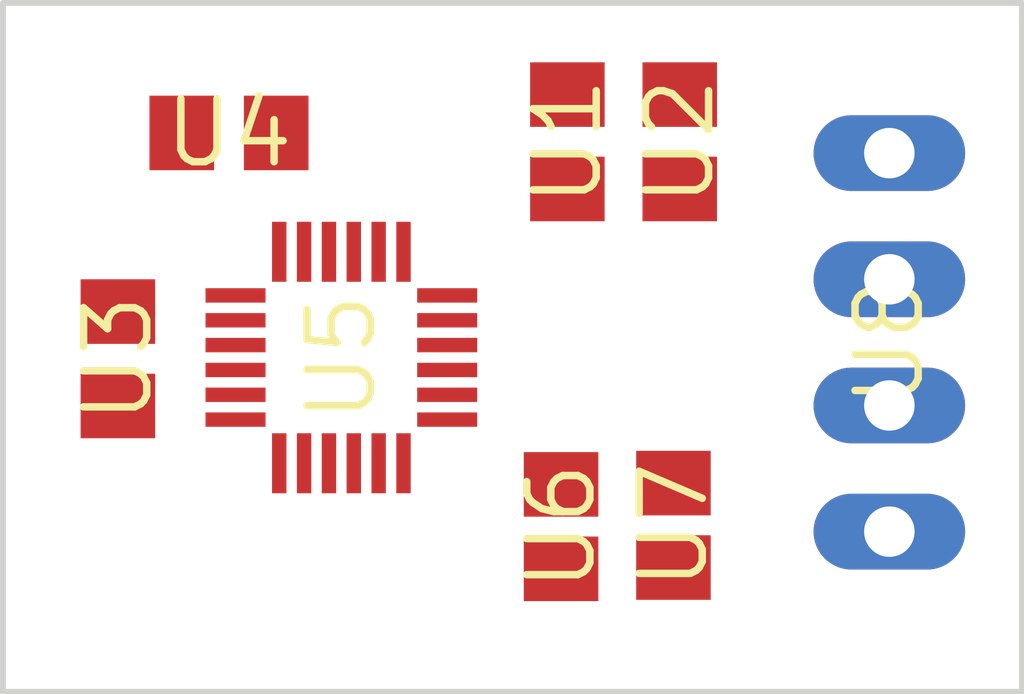
<source format=kicad_pcb>
(kicad_pcb (version 20221018) (generator pcbnew)
  (layers (0 "F.Cu" signal "Top") (31 "B.Cu" signal "Bottom") (34 "B.Paste" user) (35 "F.Paste" user) (36 "B.SilkS" user "B.Silkscreen") (37 "F.SilkS" user "F.Silkscreen") (38 "B.Mask" user) (39 "F.Mask" user) (44 "Edge.Cuts" user))
  (net 0 "")
  (net 1 "GND")
  (net 2 "VDD")
  (net 3 "/SDA")
  (net 4 "/SCL")
  (net 5 "Net-(R2-Pad1)")
  (net 6 "Net-(R1-Pad1)")
  (net 7 "Net-(U1-Pad14)")
  (net 8 "Net-(U1-Pad13)")
  (net 9 "Net-(U1-Pad12)")
  (net 10 "Net-(U1-Pad11)")
  (net 11 "Net-(U1-Pad10)")
  (net 12 "Net-(C1-Pad1)")
  (net 13 "Net-(C1-Pad2)")
  (net 14 "Net-(C2-Pad2)")
  (net 15 "Net-(U1-Pad1)")
  (footprint "imu:LGA-24" (layer "F.Cu") (at 145.0594 105.2068 -90)
    (fp_text reference "U5" (at 0 0 270) (layer "F.SilkS") (effects (font (size 1.27 1.27))))
    (fp_text value "" (at 0 0 270) (layer "F.SilkS") (effects (font (size 1.27 1.27))))
    (pad "1" smd rect (at -2.129 -1.25) (size 0.29 1.208) (layers "F.Cu" "F.Paste" "F.Mask") (net 15 "Net-(U1-Pad1)"))
    (pad "2" smd rect (at -2.129 -0.75) (size 0.29 1.208) (layers "F.Cu" "F.Paste" "F.Mask") (net 1 "GND"))
    (pad "3" smd rect (at -2.129 -0.25) (size 0.29 1.208) (layers "F.Cu" "F.Paste" "F.Mask") (net 1 "GND"))
    (pad "4" smd rect (at -2.129 0.25) (size 0.29 1.208) (layers "F.Cu" "F.Paste" "F.Mask") (net 1 "GND"))
    (pad "5" smd rect (at -2.129 0.75) (size 0.29 1.208) (layers "F.Cu" "F.Paste" "F.Mask") (net 1 "GND"))
    (pad "6" smd rect (at -2.129 1.25) (size 0.29 1.208) (layers "F.Cu" "F.Paste" "F.Mask") (net 1 "GND"))
    (pad "7" smd rect (at -1.25 2.129 90) (size 0.29 1.208) (layers "F.Cu" "F.Paste" "F.Mask") (net 14 "Net-(C2-Pad2)"))
    (pad "8" smd rect (at -0.75 2.129 90) (size 0.29 1.208) (layers "F.Cu" "F.Paste" "F.Mask") (net 13 "Net-(C1-Pad2)"))
    (pad "9" smd rect (at -0.25 2.129 90) (size 0.29 1.208) (layers "F.Cu" "F.Paste" "F.Mask") (net 12 "Net-(C1-Pad1)"))
    (pad "10" smd rect (at 0.25 2.129 90) (size 0.29 1.208) (layers "F.Cu" "F.Paste" "F.Mask") (net 11 "Net-(U1-Pad10)"))
    (pad "11" smd rect (at 0.75 2.129 90) (size 0.29 1.208) (layers "F.Cu" "F.Paste" "F.Mask") (net 10 "Net-(U1-Pad11)"))
    (pad "12" smd rect (at 1.25 2.129 90) (size 0.29 1.208) (layers "F.Cu" "F.Paste" "F.Mask") (net 9 "Net-(U1-Pad12)"))
    (pad "13" smd rect (at 2.129 1.25 180) (size 0.29 1.208) (layers "F.Cu" "F.Paste" "F.Mask") (net 8 "Net-(U1-Pad13)"))
    (pad "14" smd rect (at 2.129 0.75 180) (size 0.29 1.208) (layers "F.Cu" "F.Paste" "F.Mask") (net 7 "Net-(U1-Pad14)"))
    (pad "15" smd rect (at 2.129 0.25 180) (size 0.29 1.208) (layers "F.Cu" "F.Paste" "F.Mask") (net 2 "VDD"))
    (pad "16" smd rect (at 2.129 -0.25 180) (size 0.29 1.208) (layers "F.Cu" "F.Paste" "F.Mask") (net 2 "VDD"))
    (pad "17" smd rect (at 2.129 -0.75 180) (size 0.29 1.208) (layers "F.Cu" "F.Paste" "F.Mask") (net 2 "VDD"))
    (pad "18" smd rect (at 2.129 -1.25 180) (size 0.29 1.208) (layers "F.Cu" "F.Paste" "F.Mask") (net 2 "VDD"))
    (pad "19" smd rect (at 1.25 -2.129 270) (size 0.29 1.208) (layers "F.Cu" "F.Paste" "F.Mask") (net 6 "Net-(R1-Pad1)"))
    (pad "20" smd rect (at 0.75 -2.129 270) (size 0.29 1.208) (layers "F.Cu" "F.Paste" "F.Mask") (net 5 "Net-(R2-Pad1)"))
    (pad "21" smd rect (at 0.25 -2.129 270) (size 0.29 1.208) (layers "F.Cu" "F.Paste" "F.Mask") (net 4 "/SCL"))
    (pad "22" smd rect (at -0.25 -2.129 270) (size 0.29 1.208) (layers "F.Cu" "F.Paste" "F.Mask") (net 1 "GND"))
    (pad "23" smd rect (at -0.75 -2.129 270) (size 0.29 1.208) (layers "F.Cu" "F.Paste" "F.Mask") (net 1 "GND"))
    (pad "24" smd rect (at -1.25 -2.129 270) (size 0.29 1.208) (layers "F.Cu" "F.Paste" "F.Mask") (net 3 "/SDA"))
  )
  (footprint "imu:C0805" (layer "F.Cu") (at 149.606 100.8634 -90)
    (fp_text reference "U1" (at 0 0 270) (layer "F.SilkS") (effects (font (size 1.27 1.27))))
    (fp_text value "" (at 0 0 270) (layer "F.SilkS") (effects (font (size 1.27 1.27))))
    (pad "1" smd rect (at -0.95 0 270) (size 1.3 1.5) (layers "F.Cu" "F.Paste" "F.Mask") (net 2 "VDD"))
    (pad "2" smd rect (at 0.95 0 270) (size 1.3 1.5) (layers "F.Cu" "F.Paste" "F.Mask") (net 1 "GND"))
  )
  (footprint "imu:C0805" (layer "F.Cu") (at 151.8666 100.8634 -90)
    (fp_text reference "U2" (at 0 0 270) (layer "F.SilkS") (effects (font (size 1.27 1.27))))
    (fp_text value "" (at 0 0 270) (layer "F.SilkS") (effects (font (size 1.27 1.27))))
    (pad "1" smd rect (at -0.95 0 270) (size 1.3 1.5) (layers "F.Cu" "F.Paste" "F.Mask") (net 2 "VDD"))
    (pad "2" smd rect (at 0.95 0 270) (size 1.3 1.5) (layers "F.Cu" "F.Paste" "F.Mask") (net 1 "GND"))
  )
  (footprint "imu:C0805" (layer "F.Cu") (at 140.5636 105.2322 90)
    (fp_text reference "U3" (at 0 0 90) (layer "F.SilkS") (effects (font (size 1.27 1.27))))
    (fp_text value "" (at 0 0 90) (layer "F.SilkS") (effects (font (size 1.27 1.27))))
    (pad "1" smd rect (at -0.95 0 90) (size 1.3 1.5) (layers "F.Cu" "F.Paste" "F.Mask") (net 12 "Net-(C1-Pad1)"))
    (pad "2" smd rect (at 0.95 0 90) (size 1.3 1.5) (layers "F.Cu" "F.Paste" "F.Mask") (net 13 "Net-(C1-Pad2)"))
  )
  (footprint "imu:C0805" (layer "F.Cu") (at 142.7988 100.6856 180)
    (fp_text reference "U4" (at 0 0 180) (layer "F.SilkS") (effects (font (size 1.27 1.27))))
    (fp_text value "" (at 0 0 180) (layer "F.SilkS") (effects (font (size 1.27 1.27))))
    (pad "1" smd rect (at -0.95 0 180) (size 1.3 1.5) (layers "F.Cu" "F.Paste" "F.Mask") (net 1 "GND"))
    (pad "2" smd rect (at 0.95 0 180) (size 1.3 1.5) (layers "F.Cu" "F.Paste" "F.Mask") (net 14 "Net-(C2-Pad2)"))
  )
  (footprint "imu:R0805" (layer "F.Cu") (at 149.479 108.6104 -90)
    (fp_text reference "U6" (at 0 0 270) (layer "F.SilkS") (effects (font (size 1.27 1.27))))
    (fp_text value "" (at 0 0 270) (layer "F.SilkS") (effects (font (size 1.27 1.27))))
    (pad "1" smd rect (at -0.85 0 270) (size 1.3 1.5) (layers "F.Cu" "F.Paste" "F.Mask") (net 6 "Net-(R1-Pad1)"))
    (pad "2" smd rect (at 0.85 0 270) (size 1.3 1.5) (layers "F.Cu" "F.Paste" "F.Mask") (net 2 "VDD"))
  )
  (footprint "imu:R0805" (layer "F.Cu") (at 151.7396 108.585 -90)
    (fp_text reference "U7" (at 0 0 270) (layer "F.SilkS") (effects (font (size 1.27 1.27))))
    (fp_text value "" (at 0 0 270) (layer "F.SilkS") (effects (font (size 1.27 1.27))))
    (pad "1" smd rect (at -0.85 0 270) (size 1.3 1.5) (layers "F.Cu" "F.Paste" "F.Mask") (net 5 "Net-(R2-Pad1)"))
    (pad "2" smd rect (at 0.85 0 270) (size 1.3 1.5) (layers "F.Cu" "F.Paste" "F.Mask") (net 2 "VDD"))
  )
  (footprint "imu:MA04-1" (layer "F.Cu") (at 156.083 104.902 90)
    (fp_text reference "U8" (at 0 0 90) (layer "F.SilkS") (effects (font (size 1.27 1.27))))
    (fp_text value "" (at 0 0 90) (layer "F.SilkS") (effects (font (size 1.27 1.27))))
    (pad "1" thru_hole oval locked (at -3.81 0 180) (size 3.048 1.524) (drill 1.016) (layers *.Cu *.Mask) (net 2 "VDD"))
    (pad "2" thru_hole oval locked (at -1.27 0 180) (size 3.048 1.524) (drill 1.016) (layers *.Cu *.Mask) (net 4 "/SCL"))
    (pad "3" thru_hole oval locked (at 1.27 0 180) (size 3.048 1.524) (drill 1.016) (layers *.Cu *.Mask) (net 3 "/SDA"))
    (pad "4" thru_hole oval locked (at 3.81 0 180) (size 3.048 1.524) (drill 1.016) (layers *.Cu *.Mask) (net 1 "GND"))
  )
  (gr_line (start 138.2522 98.0694) (end 158.75 98.0694) (layer "Edge.Cuts") (width 0.12))
  (gr_line (start 158.75 98.0694) (end 158.75 111.9378) (layer "Edge.Cuts") (width 0.12))
  (gr_line (start 138.2522 111.9378) (end 138.2522 98.0694) (layer "Edge.Cuts") (width 0.12))
  (gr_line (start 158.75 111.9378) (end 138.2522 111.9378) (layer "Edge.Cuts") (width 0.12))
)
</source>
